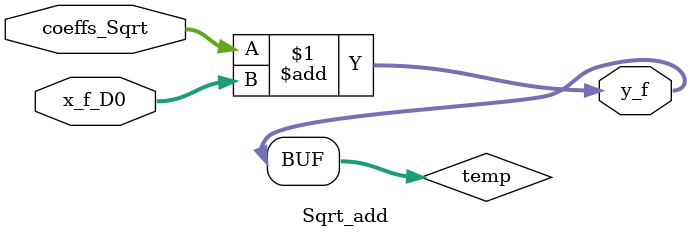
<source format=v>
`timescale 1ns/1ps
module Sqrt_add(coeffs_Sqrt,x_f_D0,y_f);

input [19:0] coeffs_Sqrt;
input [19:0] x_f_D0;
output [20:0] y_f;
reg  [20:0] y_f;

wire [20:0]temp;

//Adding Coefficient c0 with the result obtained from the multipilcation module
assign temp = coeffs_Sqrt + x_f_D0;

always@(coeffs_Sqrt or x_f_D0 or temp)
begin
	y_f <= temp;	
end
endmodule 
</source>
